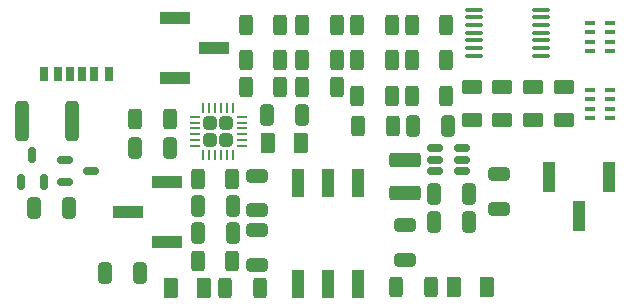
<source format=gbr>
%TF.GenerationSoftware,KiCad,Pcbnew,7.0.2-6a45011f42~172~ubuntu22.04.1*%
%TF.CreationDate,2023-06-08T17:33:04-07:00*%
%TF.ProjectId,usb-breadboard-power,7573622d-6272-4656-9164-626f6172642d,v1.0*%
%TF.SameCoordinates,Original*%
%TF.FileFunction,Paste,Top*%
%TF.FilePolarity,Positive*%
%FSLAX46Y46*%
G04 Gerber Fmt 4.6, Leading zero omitted, Abs format (unit mm)*
G04 Created by KiCad (PCBNEW 7.0.2-6a45011f42~172~ubuntu22.04.1) date 2023-06-08 17:33:04*
%MOMM*%
%LPD*%
G01*
G04 APERTURE LIST*
G04 Aperture macros list*
%AMRoundRect*
0 Rectangle with rounded corners*
0 $1 Rounding radius*
0 $2 $3 $4 $5 $6 $7 $8 $9 X,Y pos of 4 corners*
0 Add a 4 corners polygon primitive as box body*
4,1,4,$2,$3,$4,$5,$6,$7,$8,$9,$2,$3,0*
0 Add four circle primitives for the rounded corners*
1,1,$1+$1,$2,$3*
1,1,$1+$1,$4,$5*
1,1,$1+$1,$6,$7*
1,1,$1+$1,$8,$9*
0 Add four rect primitives between the rounded corners*
20,1,$1+$1,$2,$3,$4,$5,0*
20,1,$1+$1,$4,$5,$6,$7,0*
20,1,$1+$1,$6,$7,$8,$9,0*
20,1,$1+$1,$8,$9,$2,$3,0*%
G04 Aperture macros list end*
%ADD10RoundRect,0.250000X-0.312500X-0.625000X0.312500X-0.625000X0.312500X0.625000X-0.312500X0.625000X0*%
%ADD11RoundRect,0.250000X0.312500X0.625000X-0.312500X0.625000X-0.312500X-0.625000X0.312500X-0.625000X0*%
%ADD12RoundRect,0.250000X-0.375000X-0.625000X0.375000X-0.625000X0.375000X0.625000X-0.375000X0.625000X0*%
%ADD13RoundRect,0.250000X-0.325000X-0.650000X0.325000X-0.650000X0.325000X0.650000X-0.325000X0.650000X0*%
%ADD14RoundRect,0.150000X0.150000X-0.512500X0.150000X0.512500X-0.150000X0.512500X-0.150000X-0.512500X0*%
%ADD15RoundRect,0.250000X0.312500X1.450000X-0.312500X1.450000X-0.312500X-1.450000X0.312500X-1.450000X0*%
%ADD16RoundRect,0.250000X-0.625000X0.375000X-0.625000X-0.375000X0.625000X-0.375000X0.625000X0.375000X0*%
%ADD17R,0.700000X1.200000*%
%ADD18R,0.760000X1.200000*%
%ADD19R,0.800000X1.200000*%
%ADD20R,2.510000X1.000000*%
%ADD21R,0.900000X0.425000*%
%ADD22R,1.000000X2.510000*%
%ADD23RoundRect,0.250000X-1.075000X0.375000X-1.075000X-0.375000X1.075000X-0.375000X1.075000X0.375000X0*%
%ADD24RoundRect,0.250000X0.375000X0.625000X-0.375000X0.625000X-0.375000X-0.625000X0.375000X-0.625000X0*%
%ADD25RoundRect,0.150000X0.512500X0.150000X-0.512500X0.150000X-0.512500X-0.150000X0.512500X-0.150000X0*%
%ADD26RoundRect,0.150000X-0.512500X-0.150000X0.512500X-0.150000X0.512500X0.150000X-0.512500X0.150000X0*%
%ADD27RoundRect,0.250000X0.325000X0.650000X-0.325000X0.650000X-0.325000X-0.650000X0.325000X-0.650000X0*%
%ADD28RoundRect,0.100000X0.637500X0.100000X-0.637500X0.100000X-0.637500X-0.100000X0.637500X-0.100000X0*%
%ADD29RoundRect,0.250000X0.650000X-0.325000X0.650000X0.325000X-0.650000X0.325000X-0.650000X-0.325000X0*%
%ADD30RoundRect,0.250000X-0.650000X0.325000X-0.650000X-0.325000X0.650000X-0.325000X0.650000X0.325000X0*%
%ADD31R,1.120000X2.440000*%
%ADD32RoundRect,0.250000X0.315000X-0.315000X0.315000X0.315000X-0.315000X0.315000X-0.315000X-0.315000X0*%
%ADD33RoundRect,0.062500X0.062500X-0.325000X0.062500X0.325000X-0.062500X0.325000X-0.062500X-0.325000X0*%
%ADD34RoundRect,0.062500X0.325000X-0.062500X0.325000X0.062500X-0.325000X0.062500X-0.325000X-0.062500X0*%
G04 APERTURE END LIST*
D10*
%TO.C,R14*%
X113337500Y-85800000D03*
X116262500Y-85800000D03*
%TD*%
%TO.C,R17*%
X117937500Y-91800000D03*
X120862500Y-91800000D03*
%TD*%
%TO.C,R6*%
X103887500Y-85800000D03*
X106812500Y-85800000D03*
%TD*%
D11*
%TO.C,R2*%
X102750000Y-98800000D03*
X99825000Y-98800000D03*
%TD*%
D10*
%TO.C,R8*%
X103887500Y-91050000D03*
X106812500Y-91050000D03*
%TD*%
D12*
%TO.C,D7*%
X121500000Y-108000000D03*
X124300000Y-108000000D03*
%TD*%
D13*
%TO.C,C6*%
X99825000Y-101125000D03*
X102775000Y-101125000D03*
%TD*%
%TO.C,C10*%
X119825000Y-100125000D03*
X122775000Y-100125000D03*
%TD*%
D14*
%TO.C,Q1*%
X84875000Y-99087500D03*
X86775000Y-99087500D03*
X85825000Y-96812500D03*
%TD*%
D10*
%TO.C,R12*%
X117937500Y-85800000D03*
X120862500Y-85800000D03*
%TD*%
%TO.C,R5*%
X108687500Y-88800000D03*
X111612500Y-88800000D03*
%TD*%
D15*
%TO.C,F1*%
X89187500Y-93950000D03*
X84912500Y-93950000D03*
%TD*%
D16*
%TO.C,D3*%
X123000000Y-91050000D03*
X123000000Y-93850000D03*
%TD*%
D10*
%TO.C,R3*%
X108687500Y-91050000D03*
X111612500Y-91050000D03*
%TD*%
D13*
%TO.C,C5*%
X118075000Y-94350000D03*
X121025000Y-94350000D03*
%TD*%
D17*
%TO.C,J1*%
X90020000Y-89980000D03*
D18*
X88000000Y-89980000D03*
D19*
X86770000Y-89980000D03*
D17*
X89020000Y-89980000D03*
D18*
X91040000Y-89980000D03*
D19*
X92270000Y-89980000D03*
%TD*%
D20*
%TO.C,JP1*%
X97200000Y-104140000D03*
X93890000Y-101600000D03*
X97200000Y-99060000D03*
%TD*%
D16*
%TO.C,D5*%
X128200000Y-91050000D03*
X128200000Y-93850000D03*
%TD*%
%TO.C,D4*%
X125600000Y-91050000D03*
X125600000Y-93850000D03*
%TD*%
D21*
%TO.C,RN1*%
X133000000Y-85600000D03*
X133000000Y-86400000D03*
X133000000Y-87200000D03*
X133000000Y-88000000D03*
X134700000Y-88000000D03*
X134700000Y-87200000D03*
X134700000Y-86400000D03*
X134700000Y-85600000D03*
%TD*%
D22*
%TO.C,JP2*%
X134615000Y-98670000D03*
X132075000Y-101980000D03*
X129535000Y-98670000D03*
%TD*%
D23*
%TO.C,L1*%
X117375000Y-97225000D03*
X117375000Y-100025000D03*
%TD*%
D11*
%TO.C,R18*%
X119562500Y-108000000D03*
X116637500Y-108000000D03*
%TD*%
D16*
%TO.C,D6*%
X130800000Y-91050000D03*
X130800000Y-93850000D03*
%TD*%
D13*
%TO.C,C9*%
X119850000Y-102475000D03*
X122800000Y-102475000D03*
%TD*%
D24*
%TO.C,D1*%
X108550000Y-95825000D03*
X105750000Y-95825000D03*
%TD*%
D11*
%TO.C,R1*%
X97462500Y-93800000D03*
X94537500Y-93800000D03*
%TD*%
D25*
%TO.C,U3*%
X122200000Y-98150000D03*
X122200000Y-97200000D03*
X122200000Y-96250000D03*
X119925000Y-96250000D03*
X119925000Y-97200000D03*
X119925000Y-98150000D03*
%TD*%
D26*
%TO.C,Q2*%
X88550000Y-97200000D03*
X88550000Y-99100000D03*
X90825000Y-98150000D03*
%TD*%
D11*
%TO.C,R9*%
X116312500Y-94350000D03*
X113387500Y-94350000D03*
%TD*%
D27*
%TO.C,C13*%
X94900000Y-106775000D03*
X91950000Y-106775000D03*
%TD*%
D20*
%TO.C,J2*%
X97900000Y-85210000D03*
X101210000Y-87750000D03*
X97900000Y-90290000D03*
%TD*%
D13*
%TO.C,C8*%
X99825000Y-103450000D03*
X102775000Y-103450000D03*
%TD*%
%TO.C,C3*%
X105700000Y-93450000D03*
X108650000Y-93450000D03*
%TD*%
D28*
%TO.C,U2*%
X128925000Y-88400000D03*
X128925000Y-87750000D03*
X128925000Y-87100000D03*
X128925000Y-86450000D03*
X128925000Y-85800000D03*
X128925000Y-85150000D03*
X128925000Y-84500000D03*
X123200000Y-84500000D03*
X123200000Y-85150000D03*
X123200000Y-85800000D03*
X123200000Y-86450000D03*
X123200000Y-87100000D03*
X123200000Y-87750000D03*
X123200000Y-88400000D03*
%TD*%
D29*
%TO.C,C4*%
X104800000Y-106125000D03*
X104800000Y-103175000D03*
%TD*%
D10*
%TO.C,R13*%
X117937500Y-88800000D03*
X120862500Y-88800000D03*
%TD*%
D30*
%TO.C,C1*%
X104800000Y-98550000D03*
X104800000Y-101500000D03*
%TD*%
D10*
%TO.C,R11*%
X102150000Y-108100000D03*
X105075000Y-108100000D03*
%TD*%
D31*
%TO.C,SW1*%
X113390000Y-99145000D03*
X110850000Y-99145000D03*
X108310000Y-99145000D03*
X108310000Y-107755000D03*
X110850000Y-107755000D03*
X113390000Y-107755000D03*
%TD*%
D27*
%TO.C,C12*%
X88950000Y-101300000D03*
X86000000Y-101300000D03*
%TD*%
D24*
%TO.C,D2*%
X100325000Y-108075000D03*
X97525000Y-108075000D03*
%TD*%
D10*
%TO.C,R4*%
X103887500Y-88800000D03*
X106812500Y-88800000D03*
%TD*%
D30*
%TO.C,C11*%
X117400000Y-102725000D03*
X117400000Y-105675000D03*
%TD*%
D32*
%TO.C,U1*%
X100850000Y-95512500D03*
X102250000Y-95512500D03*
X100850000Y-94112500D03*
X102250000Y-94112500D03*
D33*
X100300000Y-96800000D03*
X100800000Y-96800000D03*
X101300000Y-96800000D03*
X101800000Y-96800000D03*
X102300000Y-96800000D03*
X102800000Y-96800000D03*
D34*
X103537500Y-96062500D03*
X103537500Y-95562500D03*
X103537500Y-95062500D03*
X103537500Y-94562500D03*
X103537500Y-94062500D03*
X103537500Y-93562500D03*
D33*
X102800000Y-92825000D03*
X102300000Y-92825000D03*
X101800000Y-92825000D03*
X101300000Y-92825000D03*
X100800000Y-92825000D03*
X100300000Y-92825000D03*
D34*
X99562500Y-93562500D03*
X99562500Y-94062500D03*
X99562500Y-94562500D03*
X99562500Y-95062500D03*
X99562500Y-95562500D03*
X99562500Y-96062500D03*
%TD*%
D27*
%TO.C,C2*%
X97475000Y-96200000D03*
X94525000Y-96200000D03*
%TD*%
D21*
%TO.C,RN2*%
X134700000Y-93700000D03*
X134700000Y-92900000D03*
X134700000Y-92100000D03*
X134700000Y-91300000D03*
X133000000Y-91300000D03*
X133000000Y-92100000D03*
X133000000Y-92900000D03*
X133000000Y-93700000D03*
%TD*%
D30*
%TO.C,C7*%
X125325000Y-98450000D03*
X125325000Y-101400000D03*
%TD*%
D10*
%TO.C,R16*%
X113337500Y-91800000D03*
X116262500Y-91800000D03*
%TD*%
%TO.C,R10*%
X99812500Y-105800000D03*
X102737500Y-105800000D03*
%TD*%
%TO.C,R15*%
X113337500Y-88800000D03*
X116262500Y-88800000D03*
%TD*%
%TO.C,R7*%
X108687500Y-85800000D03*
X111612500Y-85800000D03*
%TD*%
M02*

</source>
